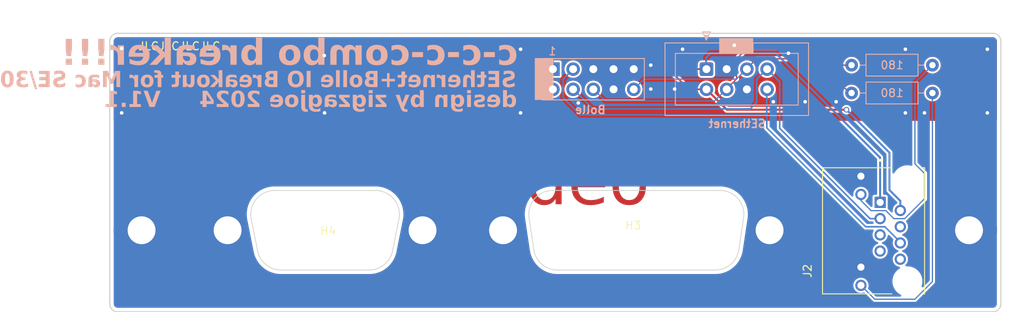
<source format=kicad_pcb>
(kicad_pcb (version 20240108) (generator "pcbnew") (generator_version "8.0")
  (layers (0 "F.Cu" signal) (31 "B.Cu" signal) (34 "B.Paste" user) (35 "F.Paste" user) (36 "B.SilkS" user "B.Silkscreen") (37 "F.SilkS" user "F.Silkscreen") (38 "B.Mask" user) (39 "F.Mask" user) (44 "Edge.Cuts" user))
  (net 0 "")
  (net 1 "Earth")
  (net 2 "/RX+")
  (net 3 "/TX-")
  (net 4 "/TX+")
  (net 5 "/RX-")
  (net 6 "Net-(J2-Pad10)")
  (net 7 "Net-(J2-Pad12)")
  (net 12 "/LEDB_LNK")
  (net 13 "/LEDB_ACT")
  (footprint "SockeBooster:DA-15 Cutout" (layer "F.Cu") (at 150.783247 78.75)
    (property "Reference" "H3" (at 0 -0.6 0) (layer "F.SilkS") (effects (font (thickness 0.1))))
    (property "Value" "DA-15 Mac Video Cutout")
    (fp_line (start -12.483247 2.445021) (end -13.083247 -1.554979) (stroke (width 0.1)) (layer "Edge.Cuts"))
    (fp_line (start -10.116438 -5) (end 10.916438 -5) (stroke (width 0.1)) (layer "Edge.Cuts"))
    (fp_line (start 10.316438 5) (end -9.516438 5) (stroke (width 0.1)) (layer "Edge.Cuts"))
    (fp_line (start 13.883247 -1.554979) (end 13.283247 2.445021) (stroke (width 0.1)) (layer "Edge.Cuts"))
    (fp_arc (start -13.083247 -1.554979) (mid -12.389657 -3.957668) (end -10.116438 -5) (stroke (width 0.1)) (layer "Edge.Cuts"))
    (fp_arc (start -9.516438 5) (mid -11.474111 4.273225) (end -12.483247 2.445021) (stroke (width 0.1)) (layer "Edge.Cuts"))
    (fp_arc (start 10.916438 -5) (mid 13.189666 -3.957676) (end 13.883247 -1.554979) (stroke (width 0.1)) (layer "Edge.Cuts"))
    (fp_arc (start 13.283247 2.445021) (mid 12.274086 4.273197) (end 10.316438 5) (stroke (width 0.1)) (layer "Edge.Cuts"))
    (pad "1" thru_hole circle (at -16.35 0) (size 5 5) (drill 3.5) (layers "*.Cu" "*.Mask") (net 1 "Earth"))
    (pad "1" thru_hole circle (at 17.15 0) (size 5 5) (drill 3.5) (layers "*.Cu" "*.Mask") (net 1 "Earth"))
  )
  (footprint "SockeBooster:CUI_CRJ063-L1-TH" (layer "F.Cu") (at 185.255 78.82 90)
    (property "Reference" "J2" (at -5.05 -12.555 90) (layer "F.SilkS"))
    (property "Value" "CRJ063-L1-TH")
    (fp_line (start 7.925 -10.67) (end 7.925 -1.945) (stroke (width 0.127)) (layer "F.SilkS"))
    (fp_line (start -7.925 -10.67) (end 7.925 -10.67) (stroke (width 0.127)) (layer "F.SilkS"))
    (fp_line (start -7.925 -1.945) (end -7.925 -10.67) (stroke (width 0.127)) (layer "F.SilkS"))
    (fp_line (start 7.925 2.16) (end 7.925 1.945) (stroke (width 0.127)) (layer "F.SilkS"))
    (fp_line (start 7.925 2.16) (end -7.925 2.16) (stroke (width 0.127)) (layer "F.SilkS"))
    (fp_line (start -7.925 2.16) (end -7.925 1.945) (stroke (width 0.127)) (layer "F.SilkS"))
    (fp_circle (center 8.865 -3.43) (end 8.965 -3.43) (stroke (width 0.2)) (fill none) (layer "F.SilkS"))
    (pad "" np_thru_hole circle (at -6.35 0 90) (size 3.25 3.25) (drill 3.25) (layers "*.Cu" "*.Mask"))
    (pad "" np_thru_hole circle (at 6.35 0 90) (size 3.25 3.25) (drill 3.25) (layers "*.Cu" "*.Mask"))
    (pad "1" thru_hole rect (at 3.57 -3.43 90) (size 1.408 1.408) (drill 0.9) (layers "*.Cu" "*.Mask") (net 4 "/TX+"))
    (pad "2" thru_hole circle (at 2.55 -0.89 90) (size 1.408 1.408) (drill 0.9) (layers "*.Cu" "*.Mask") (net 3 "/TX-"))
    (pad "3" thru_hole circle (at 1.53 -3.43 90) (size 1.408 1.408) (drill 0.9) (layers "*.Cu" "*.Mask") (net 2 "/RX+"))
    (pad "4" thru_hole circle (at 0.51 -0.89 90) (size 1.408 1.408) (drill 0.9) (layers "*.Cu" "*.Mask"))
    (pad "5" thru_hole circle (at -0.51 -3.43 90) (size 1.408 1.408) (drill 0.9) (layers "*.Cu" "*.Mask"))
    (pad "6" thru_hole circle (at -1.53 -0.89 90) (size 1.408 1.408) (drill 0.9) (layers "*.Cu" "*.Mask") (net 5 "/RX-"))
    (pad "7" thru_hole circle (at -2.55 -3.43 90) (size 1.408 1.408) (drill 0.9) (layers "*.Cu" "*.Mask"))
    (pad "8" thru_hole circle (at -3.57 -0.89 90) (size 1.408 1.408) (drill 0.9) (layers "*.Cu" "*.Mask"))
    (pad "9" thru_hole circle (at 6.86 -5.84 90) (size 1.408 1.408) (drill 0.9) (layers "*.Cu" "*.Mask") (net 1 "Earth"))
    (pad "10" thru_hole circle (at 4.57 -5.84 90) (size 1.408 1.408) (drill 0.9) (layers "*.Cu" "*.Mask") (net 6 "Net-(J2-Pad10)"))
    (pad "11" thru_hole circle (at -4.57 -5.84 90) (size 1.408 1.408) (drill 0.9) (layers "*.Cu" "*.Mask") (net 1 "Earth"))
    (pad "12" thru_hole circle (at -6.86 -5.84 90) (size 1.408 1.408) (drill 0.9) (layers "*.Cu" "*.Mask") (net 7 "Net-(J2-Pad12)"))
  )
  (footprint "MountingHole:MountingHole_3.5mm_Pad" (layer "F.Cu") (at 193 78.75)
    (property "Reference" "H2" (hide yes))
    (property "Value" "MountingHole_Pad")
    (pad "1" thru_hole circle (at 0 0) (size 7 7) (drill 3.5) (layers "*.Cu" "*.Mask") (net 1 "Earth"))
  )
  (footprint "MountingHole:MountingHole_3.5mm_Pad" (layer "F.Cu") (at 89 78.75)
    (property "Reference" "H1" (hide yes))
    (property "Value" "MountingHole_Pad")
    (pad "1" thru_hole circle (at 0 0) (size 7 7) (drill 3.5) (layers "*.Cu" "*.Mask") (net 1 "Earth"))
  )
  (footprint "SockeBooster:DE-15 Cutout" (layer "F.Cu") (at 112.447907 78.75)
    (property "Reference" "H4" (at 0 0.088348 0) (layer "F.SilkS") (effects (font (thickness 0.1))))
    (property "Value" "DE-15 VGA Cutout")
    (fp_line (start -8.86466 2.588348) (end -9.66466 -1.411652) (stroke (width 0.1)) (layer "Edge.Cuts"))
    (fp_line (start -6.722918 -5) (end 5.958258 -5) (stroke (width 0.1)) (layer "Edge.Cuts"))
    (fp_line (start 5.158258 5) (end -5.922918 5) (stroke (width 0.1)) (layer "Edge.Cuts"))
    (fp_line (start 8.9 -1.411652) (end 8.1 2.588348) (stroke (width 0.1)) (layer "Edge.Cuts"))
    (fp_arc (start -9.66466 -1.411652) (mid -9.042946 -3.901969) (end -6.722918 -5) (stroke (width 0.1)) (layer "Edge.Cuts"))
    (fp_arc (start -5.922918 5) (mid -7.82488 4.320021) (end -8.86466 2.588348) (stroke (width 0.1)) (layer "Edge.Cuts"))
    (fp_arc (start 5.958258 -5) (mid 8.2783 -3.901982) (end 8.9 -1.411652) (stroke (width 0.1)) (layer "Edge.Cuts"))
    (fp_arc (start 8.1 2.588348) (mid 7.060215 4.320014) (end 5.158258 5) (stroke (width 0.1)) (layer "Edge.Cuts"))
    (pad "1" thru_hole circle (at -12.63233 0) (size 5 5) (drill 3.5) (layers "*.Cu" "*.Mask") (net 1 "Earth"))
    (pad "1" thru_hole circle (at 11.86767 0) (size 5 5) (drill 3.5) (layers "*.Cu" "*.Mask") (net 1 "Earth"))
  )
  (footprint "Resistor_THT:R_Axial_DIN0207_L6.3mm_D2.5mm_P10.16mm_Horizontal" (layer "B.Cu") (at 188.4 58 180)
    (property "Reference" "R1" (hide yes))
    (property "Value" "180" (at 5.08 0 0) (layer "B.SilkS") (effects (justify mirror)))
    (fp_line (start 8.35 1.37) (end 8.35 -1.37) (stroke (width 0.12)) (layer "B.SilkS"))
    (fp_line (start 8.35 0) (end 9.12 0) (stroke (width 0.12)) (layer "B.SilkS"))
    (fp_line (start 8.35 -1.37) (end 1.81 -1.37) (stroke (width 0.12)) (layer "B.SilkS"))
    (fp_line (start 1.81 1.37) (end 8.35 1.37) (stroke (width 0.12)) (layer "B.SilkS"))
    (fp_line (start 1.81 0) (end 1.04 0) (stroke (width 0.12)) (layer "B.SilkS"))
    (fp_line (start 1.81 -1.37) (end 1.81 1.37) (stroke (width 0.12)) (layer "B.SilkS"))
    (pad "1" thru_hole circle (at 0 0 180) (size 1.6 1.6) (drill 0.8) (layers "*.Cu" "*.Mask") (net 6 "Net-(J2-Pad10)"))
    (pad "2" thru_hole oval (at 10.16 0 180) (size 1.6 1.6) (drill 0.8) (layers "*.Cu" "*.Mask") (net 12 "/LEDB_LNK"))
  )
  (footprint "Connector_IDC:IDC-Header_2x04_P2.54mm_Vertical" (layer "B.Cu") (at 160 58.5 -90)
    (property "Reference" "J3" (hide yes))
    (property "Value" "2x4 SEthernet (Shrouded)")
    (fp_line (start -3.29 5.21) (end -3.29 -12.83) (stroke (width 0.12)) (layer "B.SilkS"))
    (fp_line (start 5.83 5.21) (end -3.29 5.21) (stroke (width 0.12)) (layer "B.SilkS"))
    (fp_line (start -1.98 3.91) (end -1.98 -1.76) (stroke (width 0.12)) (layer "B.SilkS"))
    (fp_line (start 4.52 3.91) (end -1.98 3.91) (stroke (width 0.12)) (layer "B.SilkS"))
    (fp_line (start -4.68 0.5) (end -3.68 0) (stroke (width 0.12)) (layer "B.SilkS"))
    (fp_line (start -3.68 0) (end -4.68 -0.5) (stroke (width 0.12)) (layer "B.SilkS"))
    (fp_line (start -4.68 -0.5) (end -4.68 0.5) (stroke (width 0.12)) (layer "B.SilkS"))
    (fp_line (start -1.98 -1.76) (end -3.29 -1.76) (stroke (width 0.12)) (layer "B.SilkS"))
    (fp_line (start -3.29 -5.86) (end -1.98 -5.86) (stroke (width 0.12)) (layer "B.SilkS"))
    (fp_line (start -1.98 -5.86) (end -1.98 -5.86) (stroke (width 0.12)) (layer "B.SilkS"))
    (fp_line (start -1.98 -5.86) (end -1.98 -11.53) (stroke (width 0.12)) (layer "B.SilkS"))
    (fp_line (start -1.98 -11.53) (end 4.52 -11.53) (stroke (width 0.12)) (layer "B.SilkS"))
    (fp_line (start 4.52 -11.53) (end 4.52 3.91) (stroke (width 0.12)) (layer "B.SilkS"))
    (fp_line (start -3.29 -12.83) (end 5.83 -12.83) (stroke (width 0.12)) (layer "B.SilkS"))
    (fp_line (start 5.83 -12.83) (end 5.83 5.21) (stroke (width 0.12)) (layer "B.SilkS"))
    (pad "1" thru_hole roundrect (at 0 0 270) (size 1.7 1.7) (drill 1) (layers "*.Cu" "*.Mask") (roundrect_rratio 0.147059) (net 4 "/TX+"))
    (pad "2" thru_hole circle (at 2.54 0 270) (size 1.7 1.7) (drill 1) (layers "*.Cu" "*.Mask") (net 3 "/TX-"))
    (pad "3" thru_hole circle (at 0 -2.54 270) (size 1.7 1.7) (drill 1) (layers "*.Cu" "*.Mask") (net 1 "Earth"))
    (pad "4" thru_hole circle (at 2.54 -2.54 270) (size 1.7 1.7) (drill 1) (layers "*.Cu" "*.Mask") (net 12 "/LEDB_LNK"))
    (pad "5" thru_hole circle (at 0 -5.08 270) (size 1.7 1.7) (drill 1) (layers "*.Cu" "*.Mask") (net 13 "/LEDB_ACT"))
    (pad "6" thru_hole circle (at 2.54 -5.08 270) (size 1.7 1.7) (drill 1) (layers "*.Cu" "*.Mask") (net 1 "Earth"))
    (pad "7" thru_hole circle (at 0 -7.62 270) (size 1.7 1.7) (drill 1) (layers "*.Cu" "*.Mask") (net 2 "/RX+"))
    (pad "8" thru_hole circle (at 2.54 -7.62 270) (size 1.7 1.7) (drill 1) (layers "*.Cu" "*.Mask") (net 5 "/RX-"))
  )
  (footprint "Resistor_THT:R_Axial_DIN0207_L6.3mm_D2.5mm_P10.16mm_Horizontal" (layer "B.Cu") (at 188.4 61.5 180)
    (property "Reference" "R2" (hide yes))
    (property "Value" "180" (at 5.08 0 0) (layer "B.SilkS") (effects (justify mirror)))
    (fp_line (start 8.35 1.37) (end 8.35 -1.37) (stroke (width 0.12)) (layer "B.SilkS"))
    (fp_line (start 8.35 0) (end 9.12 0) (stroke (width 0.12)) (layer "B.SilkS"))
    (fp_line (start 8.35 -1.37) (end 1.81 -1.37) (stroke (width 0.12)) (layer "B.SilkS"))
    (fp_line (start 1.81 1.37) (end 8.35 1.37) (stroke (width 0.12)) (layer "B.SilkS"))
    (fp_line (start 1.81 0) (end 1.04 0) (stroke (width 0.12)) (layer "B.SilkS"))
    (fp_line (start 1.81 -1.37) (end 1.81 1.37) (stroke (width 0.12)) (layer "B.SilkS"))
    (pad "1" thru_hole circle (at 0 0 180) (size 1.6 1.6) (drill 0.8) (layers "*.Cu" "*.Mask") (net 7 "Net-(J2-Pad12)"))
    (pad "2" thru_hole oval (at 10.16 0 180) (size 1.6 1.6) (drill 0.8) (layers "*.Cu" "*.Mask") (net 13 "/LEDB_ACT"))
  )
  (footprint "Connector_PinHeader_2.54mm:PinHeader_2x05_P2.54mm_Vertical" (layer "B.Cu") (at 140.7 58.5 -90)
    (property "Reference" "J1" (hide yes))
    (property "Value" "2x5 Bolle")
    (fp_line (start -1.33 1.33) (end -1.33 0) (stroke (width 0.12)) (layer "B.SilkS"))
    (fp_line (start -1.33 1.33) (end -1.33 -1.27) (stroke (width 0.12)) (layer "B.SilkS"))
    (fp_line (start 0 1.33) (end -1.33 1.33) (stroke (width 0.12)) (layer "B.SilkS"))
    (fp_line (start 1.27 1.33) (end -1.33 1.33) (stroke (width 0.12)) (layer "B.SilkS"))
    (fp_line (start 3.87 1.33) (end 1.27 1.33) (stroke (width 0.12)) (layer "B.SilkS"))
    (fp_line (start -1.33 -11.49) (end -1.33 -1.27) (stroke (width 0.12)) (layer "B.SilkS"))
    (fp_line (start 3.87 -11.49) (end 3.87 1.33) (stroke (width 0.12)) (layer "B.SilkS"))
    (fp_line (start 3.87 -11.49) (end -1.33 -11.49) (stroke (width 0.12)) (layer "B.SilkS"))
    (fp_text user "1" (at -1.66 -0.5 0) (layer "B.SilkS") (effects (justify left bottom mirror)))
    (pad "1" thru_hole rect (at 0 0 270) (size 1.7 1.7) (drill 1) (layers "*.Cu" "*.Mask") (net 3 "/TX-"))
    (pad "2" thru_hole oval (at 2.54 0 270) (size 1.7 1.7) (drill 1) (layers "*.Cu" "*.Mask") (net 4 "/TX+"))
    (pad "3" thru_hole oval (at 0 -2.54 270) (size 1.7 1.7) (drill 1) (layers "*.Cu" "*.Mask") (net 5 "/RX-"))
    (pad "4" thru_hole oval (at 2.54 -2.54 270) (size 1.7 1.7) (drill 1) (layers "*.Cu" "*.Mask") (net 2 "/RX+"))
    (pad "5" thru_hole oval (at 0 -5.08 270) (size 1.7 1.7) (drill 1) (layers "*.Cu" "*.Mask") (net 1 "Earth"))
    (pad "6" thru_hole oval (at 2.54 -5.08 270) (size 1.7 1.7) (drill 1) (layers "*.Cu" "*.Mask") (net 12 "/LEDB_LNK"))
    (pad "7" thru_hole oval (at 0 -7.62 270) (size 1.7 1.7) (drill 1) (layers "*.Cu" "*.Mask") (net 1 "Earth"))
    (pad "8" thru_hole oval (at 2.54 -7.62 270) (size 1.7 1.7) (drill 1) (layers "*.Cu" "*.Mask") (net 1 "Earth"))
    (pad "9" thru_hole oval (at 0 -10.16 270) (size 1.7 1.7) (drill 1) (layers "*.Cu" "*.Mask") (net 1 "Earth"))
    (pad "10" thru_hole oval (at 2.54 -10.16 270) (size 1.7 1.7) (drill 1) (layers "*.Cu" "*.Mask") (net 13 "/LEDB_ACT"))
  )
  (gr_rect (start 138.5 57.19) (end 140.7 62.3) (stroke (width 0.15)) (fill solid) (layer "B.SilkS"))
  (gr_poly (pts (xy 159.96 54.78) (xy 160.21 54.28) (xy 159.71 54.28)) (stroke (width 0.15)) (fill solid) (layer "B.SilkS"))
  (gr_rect (start 161.671472 54.681849) (end 165.8 56.5175) (stroke (width 0.15)) (fill solid) (layer "B.SilkS"))
  (gr_arc (start 86 89) (mid 85.292893 88.707107) (end 85 88) (stroke (width 0.15)) (layer "Edge.Cuts"))
  (gr_line (start 196 89) (end 86 89) (stroke (width 0.15)) (layer "Edge.Cuts"))
  (gr_line (start 197 88) (end 197 55) (stroke (width 0.15)) (layer "Edge.Cuts"))
  (gr_arc (start 197 88) (mid 196.707107 88.707107) (end 196 89) (stroke (width 0.15)) (layer "Edge.Cuts"))
  (gr_line (start 196 54) (end 86 54) (stroke (width 0.15)) (layer "Edge.Cuts"))
  (gr_arc (start 196 54) (mid 196.707107 54.292893) (end 197 55) (stroke (width 0.15)) (layer "Edge.Cuts"))
  (gr_line (start 85 55) (end 85 88) (stroke (width 0.15)) (layer "Edge.Cuts"))
  (gr_arc (start 85 55) (mid 85.292893 54.292893) (end 86 54) (stroke (width 0.15)) (layer "Edge.Cuts"))
  (gr_text "0Video" (at 124 76.5 0) (layer "F.Cu") (effects (font (size 6 6)) (justify left bottom)))
  (gr_text "VIDEO" (at 148 73 0) (layer "F.Cu") (effects (font (size 1.5 1.5) (thickness 0.325) (bold yes)) (justify left bottom)))
  (gr_text "3" (at 121.5 76.5 0) (layer "F.Cu") (effects (font (size 6 6)) (justify left bottom)))
  (gr_text "VGA" (at 110 73 0) (layer "F.Cu") (effects (font (size 1.5 1.5) (thickness 0.325) (bold yes)) (justify left bottom)))
  (gr_text "ETHERNET" (at 173.66395 78.898693 90) (layer "F.Cu") (effects (font (size 1.5 1.5) (thickness 0.325) (bold yes)) (justify bottom)))
  (gr_text "V1.1" (at 91.4 63.6 0) (layer "B.SilkS") (effects (font (size 2 2) (thickness 0.25) (bold yes)) (justify left bottom mirror)))
  (gr_text "Bolle" (at 147.4375 64.2 0) (layer "B.SilkS") (effects (font (size 1 1) (thickness 0.2) (bold yes)) (justify left bottom mirror)))
  (gr_text "SEthernet" (at 163.853548 65.952805 0) (layer "B.SilkS") (effects (font (size 1 1) (thickness 0.2) (bold yes)) (justify bottom mirror)))
  (gr_text "c-c-c-combo breaker!!!" (at 136.3 58.5 0) (layer "B.SilkS") (effects (font (size 3.2 3.2) (thickness 0.35) (bold yes) (italic yes)) (justify left bottom mirror)))
  (gr_text "design by zigzagjoe 2024" (at 136.2 63.6 0) (layer "B.SilkS") (effects (font (size 2 2) (thickness 0.25) (bold yes)) (justify left bottom mirror)))
  (gr_text "SEthernet+Bolle IO Breakout for Mac SE/30" (at 136.1 61.1 0) (layer "B.SilkS") (effects (font (size 2 1.9) (thickness 0.475) (bold yes)) (justify left bottom mirror)))
  (gr_text "JLCJLCJLCJLC" (at 88.5 56.2 0) (layer "F.SilkS") (effects (font (size 1 1)) (justify left bottom)))
  (via (at 187.4 64) (size 0.6) (drill 0.45) (layers "F.Cu" "B.Cu") (net 1))
  (via (at 153 58) (size 0.6) (drill 0.45) (layers "F.Cu" "B.Cu") (net 1))
  (via (at 143.8875 62.75) (size 0.6) (drill 0.45) (layers "F.Cu" "B.Cu") (net 1))
  (via (at 86.5 55.9) (size 0.6) (drill 0.45) (layers "F.Cu" "B.Cu") (net 1))
  (via (at 172.4 62.6) (size 0.6) (drill 0.45) (layers "F.Cu" "B.Cu") (net 1))
  (via (at 168.4 62.6) (size 0.6) (drill 0.45) (layers "F.Cu" "B.Cu") (net 1))
  (via (at 170.3 56.5) (size 0.6) (drill 0.45) (layers "F.Cu" "B.Cu") (net 1))
  (via (at 176.3 62.6) (size 0.6) (drill 0.45) (layers "F.Cu" "B.Cu") (net 1))
  (via (at 185 56) (size 0.6) (drill 0.45) (layers "F.Cu" "B.Cu") (net 1))
  (via (at 136.6375 64) (size 0.6) (drill 0.45) (layers "F.Cu" "B.Cu") (net 1))
  (via (at 153 61) (size 0.6) (drill 0.45) (layers "F.Cu" "B.Cu") (net 1))
  (via (at 136.6375 56) (size 0.6) (drill 0.45) (layers "F.Cu" "B.Cu") (net 1))
  (via (at 195.3 64) (size 0.6) (drill 0.45) (layers "F.Cu" "B.Cu") (net 1))
  (via (at 156 61) (size 0.6) (drill 0.45) (layers "F.Cu" "B.Cu") (net 1))
  (via (at 185 64) (size 0.6) (drill 0.45) (layers "F.Cu" "B.Cu") (net 1))
  (via (at 195.3 56) (size 0.6) (drill 0.45) (layers "F.Cu" "B.Cu") (net 1))
  (via (at 163.5 55.5) (size 0.6) (drill 0.45) (layers "F.Cu" "B.Cu") (net 1))
  (via (at 112 64) (size 0.6) (drill 0.45) (layers "F.Cu" "B.Cu") (net 1))
  (via (at 111.966637 56.797006) (size 0.6) (drill 0.45) (layers "F.Cu" "B.Cu") (net 1))
  (via (at 157 56) (size 0.6) (drill 0.45) (layers "F.Cu" "B.Cu") (net 1))
  (via (at 86.5 64) (size 0.6) (drill 0.45) (layers "F.Cu" "B.Cu") (net 1))
  (segment (start 181.825 77.29) (end 180.559697 77.29) (width 0.2) (layer "B.Cu") (net 2))
  (segment (start 167.56 58.4975) (end 166.3075 59.75) (width 0.2) (layer "B.Cu") (net 2))
  (segment (start 165.5 63.5) (end 145.7425 63.5) (width 0.2) (layer "B.Cu") (net 2))
  (segment (start 166.3075 59.75) (end 166.3075 62.6925) (width 0.2) (layer "B.Cu") (net 2))
  (segment (start 169.2 60.08) (end 167.58 58.46) (width 0.2) (layer "B.Cu") (net 2))
  (segment (start 166.3075 62.6925) (end 165.5 63.5) (width 0.2) (layer "B.Cu") (net 2))
  (segment (start 169.2 65.930303) (end 169.2 60.08) (width 0.2) (layer "B.Cu") (net 2))
  (segment (start 145.7425 63.5) (end 143.2675 61.025) (width 0.2) (layer "B.Cu") (net 2))
  (segment (start 180.559697 77.29) (end 169.2 65.930303) (width 0.2) (layer "B.Cu") (net 2))
  (segment (start 177.6 63.6) (end 162.56 63.6) (width 0.25) (layer "F.Cu") (net 3))
  (segment (start 140.7275 58.485) (end 140.7275 57.2725) (width 0.2) (layer "F.Cu") (net 3))
  (segment (start 141.5 56.5) (end 153.25 56.5) (width 0.2) (layer "F.Cu") (net 3))
  (segment (start 153.25 56.5) (end 157.7875 61.0375) (width 0.2) (layer "F.Cu") (net 3))
  (segment (start 157.7875 61.0375) (end 159.94 61.0375) (width 0.2) (layer "F.Cu") (net 3))
  (segment (start 162.56 63.6) (end 159.96 61) (width 0.25) (layer "F.Cu") (net 3))
  (segment (start 140.7275 57.2725) (end 141.5 56.5) (width 0.2) (layer "F.Cu") (net 3))
  (via (at 177.6 63.6) (size 0.7) (drill 0.45) (layers "F.Cu" "B.Cu") (net 3))
  (segment (start 183 69) (end 183 73.7025) (width 0.25) (layer "B.Cu") (net 3))
  (segment (start 184.365 75.0675) (end 184.365 76.27) (width 0.25) (layer "B.Cu") (net 3))
  (segment (start 183 73.7025) (end 184.365 75.0675) (width 0.25) (layer "B.Cu") (net 3))
  (segment (start 177.6 63.6) (end 183 69) (width 0.25) (layer "B.Cu") (net 3))
  (segment (start 140.7275 61.025) (end 140.325 61.025) (width 0.2) (layer "F.Cu") (net 4))
  (segment (start 140.6375 55.5) (end 154 55.5) (width 0.2) (layer "F.Cu") (net 4))
  (segment (start 156.9975 58.4975) (end 159.94 58.4975) (width 0.2) (layer "F.Cu") (net 4))
  (segment (start 140.325 61.025) (end 138.8875 59.5875) (width 0.2) (layer "F.Cu") (net 4))
  (segment (start 138.8875 57.25) (end 140.6375 55.5) (width 0.2) (layer "F.Cu") (net 4))
  (segment (start 154 55.5) (end 156.9975 58.4975) (width 0.2) (layer "F.Cu") (net 4))
  (segment (start 138.8875 59.5875) (end 138.8875 57.25) (width 0.2) (layer "F.Cu") (net 4))
  (segment (start 159.96 58.46) (end 159.96 57.04) (width 0.25) (layer "B.Cu") (net 4))
  (segment (start 159.96 57.04) (end 160.5 56.5) (width 0.25) (layer "B.Cu") (net 4))
  (segment (start 160.5 56.5) (end 168.7 56.5) (width 0.25) (layer "B.Cu") (net 4))
  (segment (start 168.7 56.5) (end 181.825 69.625) (width 0.25) (layer "B.Cu") (net 4))
  (segment (start 181.825 69.625) (end 181.825 75.25) (width 0.25) (layer "B.Cu") (net 4))
  (segment (start 167.56 64.25) (end 144.1375 64.25) (width 0.2) (layer "B.Cu") (net 5))
  (segment (start 141.973324 59.779176) (end 143.2675 58.485) (width 0.2) (layer "B.Cu") (net 5))
  (segment (start 184.365 80.35) (end 184.365 80.253617) (width 0.2) (layer "B.Cu") (net 5))
  (segment (start 167.56 61.0375) (end 167.56 64.25) (width 0.2) (layer "B.Cu") (net 5))
  (segment (start 167.58 65.88) (end 167.58 61) (width 0.2) (layer "B.Cu") (net 5))
  (segment (start 182.420283 78.3089) (end 180.0089 78.3089) (width 0.2) (layer "B.Cu") (net 5))
  (segment (start 144.1375 64.25) (end 141.973324 62.085824) (width 0.2) (layer "B.Cu") (net 5))
  (segment (start 180.0089 78.3089) (end 167.58 65.88) (width 0.2) (layer "B.Cu") (net 5))
  (segment (start 184.365 80.253617) (end 182.420283 78.3089) (width 0.2) (layer "B.Cu") (net 5))
  (segment (start 141.973324 62.085824) (end 141.973324 59.779176) (width 0.2) (layer "B.Cu") (net 5))
  (segment (start 187.4 74.8) (end 184.910182 77.289818) (width 0.154) (layer "B.Cu") (net 6))
  (segment (start 188.4 58) (end 186.2 60.2) (width 0.154) (layer "B.Cu") (net 6))
  (segment (start 184.910182 77.289818) (end 183.55099 77.289818) (width 0.154) (layer "B.Cu") (net 6))
  (segment (start 179.415 75.015) (end 179.415 74.25) (width 0.154) (layer "B.Cu") (net 6))
  (segment (start 186.2 70.4) (end 187.4 71.6) (width 0.154) (layer "B.Cu") (net 6))
  (segment (start 186.2 60.2) (end 186.2 70.4) (width 0.154) (layer "B.Cu") (net 6))
  (segment (start 182.54655 76.285378) (end 180.685378 76.285378) (width 0.154) (layer "B.Cu") (net 6))
  (segment (start 187.4 71.6) (end 187.4 74.8) (width 0.154) (layer "B.Cu") (net 6))
  (segment (start 183.55099 77.289818) (end 182.54655 76.285378) (width 0.154) (layer "B.Cu") (net 6))
  (segment (start 180.685378 76.285378) (end 179.415 75.015) (width 0.154) (layer "B.Cu") (net 6))
  (segment (start 188.16 61.5) (end 188.4 61.5) (width 0.154) (layer "B.Cu") (net 7))
  (segment (start 188.4 85.206981) (end 186.186981 87.42) (width 0.154) (layer "B.Cu") (net 7))
  (segment (start 181.155 87.42) (end 179.415 85.68) (width 0.154) (layer "B.Cu") (net 7))
  (segment (start 188.4 61.5) (end 188.4 65.2) (width 0.154) (layer "B.Cu") (net 7))
  (segment (start 186.186981 87.42) (end 181.155 87.42) (width 0.154) (layer "B.Cu") (net 7))
  (segment (start 188.4 65.2) (end 188.4 85.206981) (width 0.154) (layer "B.Cu") (net 7))
  (segment (start 174.3 55.8) (end 165.2 55.8) (width 0.154) (layer "F.Cu") (net 12))
  (segment (start 165.2 55.8) (end 163.783039 57.216961) (width 0.154) (layer "F.Cu") (net 12))
  (segment (start 163.783039 57.216961) (end 163.783039 59.734461) (width 0.154) (layer "F.Cu") (net 12))
  (segment (start 163.783039 59.734461) (end 162.48 61.0375) (width 0.154) (layer "F.Cu") (net 12))
  (segment (start 176.5 58) (end 174.3 55.8) (width 0.154) (layer "F.Cu") (net 12))
  (segment (start 178 58) (end 176.5 58) (width 0.154) (layer "F.Cu") (net 12))
  (segment (start 162.48 61.0375) (end 161.0175 62.5) (width 0.154) (layer "B.Cu") (net 12))
  (segment (start 147.2825 62.5) (end 145.8075 61.025) (width 0.154) (layer "B.Cu") (net 12))
  (segment (start 161.0175 62.5) (end 147.2825 62.5) (width 0.154) (layer "B.Cu") (net 12))
  (segment (start 166.3 57.2) (end 173.7 57.2) (width 0.154) (layer "F.Cu") (net 13))
  (segment (start 165.04 58.46) (end 166.3 57.2) (width 0.154) (layer "F.Cu") (net 13))
  (segment (start 173.7 57.2) (end 178 61.5) (width 0.154) (layer "F.Cu") (net 13))
  (segment (start 150.8875 61.025) (end 152.15196 59.76054) (width 0.154) (layer "B.Cu") (net 13))
  (segment (start 163.75696 59.76054) (end 165.02 58.4975) (width 0.154) (layer "B.Cu") (net 13))
  (segment (start 152.15196 59.76054) (end 163.75696 59.76054) (width 0.154) (layer "B.Cu") (net 13))
  (zone (net 1) (net_name "Earth") (layer "F.Cu") (priority 1) (connect_pads yes (clearance 0.25)) (min_thickness 0.25) (fill yes (thermal_gap 0.5) (thermal_bridge_width 0.5))
    (polygon (pts (xy 85 54) (xy 197 54) (xy 197 65) (xy 85 65)))
  )
  (zone (net 0) (net_name "") (layers "F.Cu" "F.CrtYd") (name "chassis contact") (connect_pads (clearance 0)) (min_thickness 0.25)
    (keepout (tracks not_allowed) (vias not_allowed) (pads not_allowed) (copperpour not_allowed) (footprints not_allowed))
    (fill (thermal_gap 0.5) (thermal_bridge_width 0.5))
    (polygon (pts (xy 85 65) (xy 197 65) (xy 197 69) (xy 85 69)))
  )
  (zone (net 1) (net_name "Earth") (layer "B.Cu") (connect_pads yes (clearance 0.25)) (min_thickness 0.25) (fill yes (thermal_gap 0.5) (thermal_bridge_width 0.5))
    (polygon (pts (xy 85 54) (xy 197 54) (xy 197 89) (xy 85 89)))
  )
)
</source>
